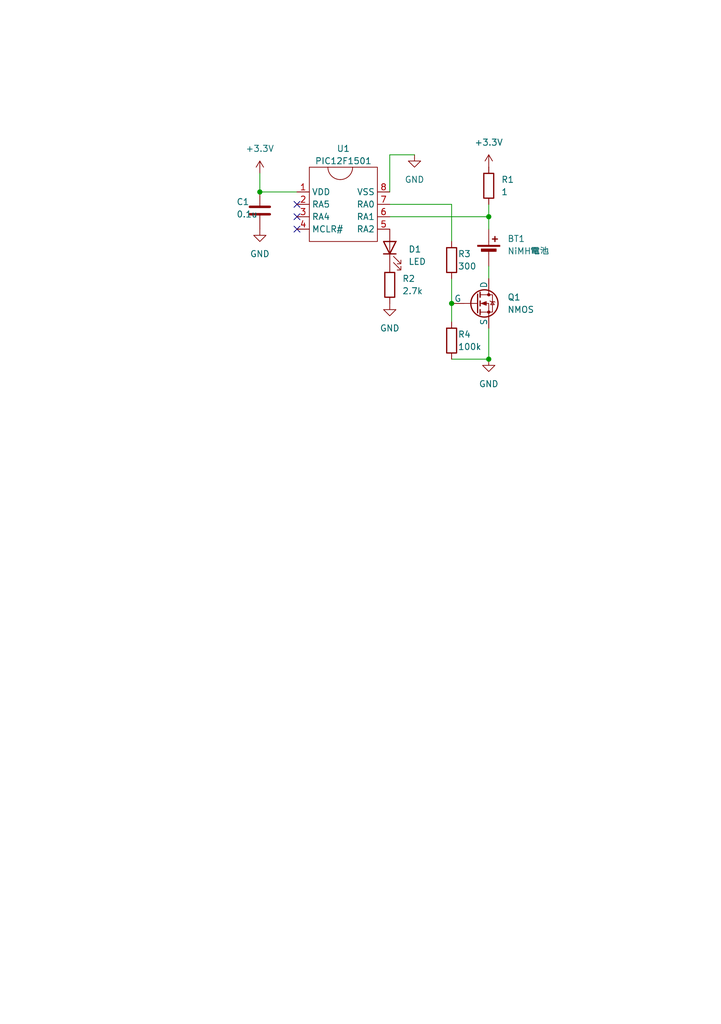
<source format=kicad_sch>
(kicad_sch (version 20250114) (generator "eeschema") (generator_version "9.0")
  (paper "A5" portrait)
  (lib_symbols
    (symbol "0Ore:PIC12F1501"
      (property "Reference" "U" (at 0 0 0))
      (symbol "PIC12F1501_0_1"
        (rectangle (start -7.62 16.51) (end 6.35 1.27))
        (arc (start -1.27 13.97) (mid -3.0661 14.7139) (end -3.81 16.51))
        (arc (start 1.27 16.51) (mid 0.5261 14.7139) (end -1.27 13.97))
      )
      (symbol "PIC12F1501_1_1"
        (pin output line (at -10.16 11.43 0) (length 2.54) (name "VDD") (number "1"))
        (pin bidirectional line (at -10.16 8.89 0) (length 2.54) (name "RA5") (number "2"))
        (pin bidirectional line (at -10.16 6.35 0) (length 2.54) (name "RA4") (number "3"))
        (pin input line (at -10.16 3.81 0) (length 2.54) (name "MCLR#") (number "4"))
        (pin output line (at 8.89 11.43 180) (length 2.54) (name "VSS") (number "8"))
        (pin bidirectional line (at 8.89 8.89 180) (length 2.54) (name "RA0") (number "7"))
        (pin bidirectional line (at 8.89 6.35 180) (length 2.54) (name "RA1") (number "6"))
        (pin output line (at 8.89 3.81 180) (length 2.54) (name "RA2") (number "5"))
      )
    )
    (symbol "Device:Battery_Cell" (pin_numbers (hide yes)) (pin_names (offset 0) (hide yes))
      (property "Reference" "BT" (at 2.54 2.54 0))
      (property "Value" "Battery_Cell" (at 2.54 0 0))
      (symbol "Battery_Cell_0_1"
        (rectangle (start -2.286 1.778) (end 2.286 1.524) (fill (type outline)))
        (rectangle (start -1.524 1.016) (end 1.524 0.508) (fill (type outline)))
        (polyline (pts (xy 0 1.778) (xy 0 2.54)))
        (polyline (pts (xy 0 0.762) (xy 0 0)))
        (polyline (pts (xy 0.762 3.048) (xy 1.778 3.048)) (stroke (width 0.254)))
        (polyline (pts (xy 1.27 3.556) (xy 1.27 2.54)) (stroke (width 0.254)))
      )
      (symbol "Battery_Cell_1_1"
        (pin passive line (at 0 5.08 270) (length 2.54) (name "+") (number "1"))
        (pin passive line (at 0 -2.54 90) (length 2.54) (name "-") (number "2"))
      )
    )
    (symbol "Device:C" (pin_numbers (hide yes)) (pin_names (offset 0.254))
      (property "Reference" "C" (at 0.635 2.54 0))
      (property "Value" "C" (at 0.635 -2.54 0))
      (symbol "C_0_1"
        (polyline (pts (xy -2.032 0.762) (xy 2.032 0.762)) (stroke (width 0.508)))
        (polyline (pts (xy -2.032 -0.762) (xy 2.032 -0.762)) (stroke (width 0.508)))
      )
      (symbol "C_1_1"
        (pin passive line (at 0 3.81 270) (length 2.794) (name "~") (number "1"))
        (pin passive line (at 0 -3.81 90) (length 2.794) (name "~") (number "2"))
      )
    )
    (symbol "Device:LED" (pin_numbers (hide yes)) (pin_names (offset 1.016) (hide yes))
      (property "Reference" "D" (at 0 2.54 0))
      (property "Value" "LED" (at 0 -2.54 0))
      (symbol "LED_0_1"
        (polyline (pts (xy -3.048 -0.762) (xy -4.572 -2.286) (xy -3.81 -2.286) (xy -4.572 -2.286) (xy -4.572 -1.524)))
        (polyline (pts (xy -1.778 -0.762) (xy -3.302 -2.286) (xy -2.54 -2.286) (xy -3.302 -2.286) (xy -3.302 -1.524)))
        (polyline (pts (xy -1.27 0) (xy 1.27 0)))
        (polyline (pts (xy -1.27 -1.27) (xy -1.27 1.27)) (stroke (width 0.254)))
        (polyline (pts (xy 1.27 -1.27) (xy 1.27 1.27) (xy -1.27 0) (xy 1.27 -1.27)) (stroke (width 0.254)))
      )
      (symbol "LED_1_1"
        (pin passive line (at -3.81 0 0) (length 2.54) (name "K") (number "1"))
        (pin passive line (at 3.81 0 180) (length 2.54) (name "A") (number "2"))
      )
    )
    (symbol "Device:R" (pin_numbers (hide yes)) (pin_names (offset 0))
      (property "Reference" "R" (at 2.032 0 90))
      (property "Value" "R" (at 0 0 90))
      (symbol "R_0_1"
        (rectangle (start -1.016 -2.54) (end 1.016 2.54) (stroke (width 0.254)))
      )
      (symbol "R_1_1"
        (pin passive line (at 0 3.81 270) (length 1.27) (name "~") (number "1"))
        (pin passive line (at 0 -3.81 90) (length 1.27) (name "~") (number "2"))
      )
    )
    (symbol "Simulation_SPICE:NMOS" (pin_numbers (hide yes)) (pin_names (offset 0))
      (property "Reference" "Q" (at 5.08 1.27 0))
      (property "Value" "NMOS" (at 5.08 -1.27 0))
      (symbol "NMOS_0_1"
        (polyline (pts (xy 0.254 1.905) (xy 0.254 -1.905)) (stroke (width 0.254)))
        (polyline (pts (xy 0.254 0) (xy -2.54 0)))
        (polyline (pts (xy 0.762 2.286) (xy 0.762 1.27)) (stroke (width 0.254)))
        (polyline (pts (xy 0.762 0.508) (xy 0.762 -0.508)) (stroke (width 0.254)))
        (polyline (pts (xy 0.762 -1.27) (xy 0.762 -2.286)) (stroke (width 0.254)))
        (polyline (pts (xy 0.762 -1.778) (xy 3.302 -1.778) (xy 3.302 1.778) (xy 0.762 1.778)))
        (polyline (pts (xy 1.016 0) (xy 2.032 0.381) (xy 2.032 -0.381) (xy 1.016 0)) (fill (type outline)))
        (circle (center 1.651 0) (radius 2.794) (stroke (width 0.254)))
        (polyline (pts (xy 2.54 2.54) (xy 2.54 1.778)))
        (circle (center 2.54 1.778) (radius 0.254) (fill (type outline)))
        (circle (center 2.54 -1.778) (radius 0.254) (fill (type outline)))
        (polyline (pts (xy 2.54 -2.54) (xy 2.54 0) (xy 0.762 0)))
        (polyline (pts (xy 2.794 0.508) (xy 2.921 0.381) (xy 3.683 0.381) (xy 3.81 0.254)))
        (polyline (pts (xy 3.302 0.381) (xy 2.921 -0.254) (xy 3.683 -0.254) (xy 3.302 0.381)))
      )
      (symbol "NMOS_1_1"
        (pin input line (at -5.08 0 0) (length 2.54) (name "G") (number "2"))
        (pin passive line (at 2.54 5.08 270) (length 2.54) (name "D") (number "1"))
        (pin passive line (at 2.54 -5.08 90) (length 2.54) (name "S") (number "3"))
      )
    )
    (symbol "power:+3.3V" (power) (pin_numbers (hide yes)) (pin_names (offset 0) (hide yes))
      (property "Value" "+3.3V" (at 0 3.556 0))
      (symbol "+3.3V_0_1"
        (polyline (pts (xy -0.762 1.27) (xy 0 2.54)))
        (polyline (pts (xy 0 2.54) (xy 0.762 1.27)))
        (polyline (pts (xy 0 0) (xy 0 2.54)))
      )
      (symbol "+3.3V_1_1"
        (pin power_in line (at 0 0 90) (length 0) (name "~") (number "1"))
      )
    )
    (symbol "power:GND" (power) (pin_numbers (hide yes)) (pin_names (offset 0) (hide yes))
      (property "Value" "GND" (at 0 -3.81 0))
      (symbol "GND_0_1"
        (polyline (pts (xy 0 0) (xy 0 -1.27) (xy 1.27 -1.27) (xy 0 -2.54) (xy -1.27 -1.27) (xy 0 -1.27)))
      )
      (symbol "GND_1_1"
        (pin power_in line (at 0 0 270) (length 0) (name "~") (number "1"))
      )
    )
  )
  (junction (at 92.71 62.23))
  (junction (at 100.33 73.66))
  (junction (at 100.33 44.45))
  (junction (at 53.34 39.37))
  (no_connect (at 60.96 41.91))
  (no_connect (at 60.96 44.45))
  (no_connect (at 60.96 46.99))
  (wire (pts (xy 53.34 39.37) (xy 60.96 39.37)))
  (wire (pts (xy 80.01 31.75) (xy 85.09 31.75)))
  (wire (pts (xy 80.01 41.91) (xy 92.71 41.91)))
  (wire (pts (xy 100.33 41.91) (xy 100.33 44.45)))
  (wire (pts (xy 92.71 57.15) (xy 92.71 62.23)))
  (wire (pts (xy 53.34 35.56) (xy 53.34 39.37)))
  (wire (pts (xy 92.71 62.23) (xy 92.71 66.04)))
  (wire (pts (xy 100.33 73.66) (xy 100.33 67.31)))
  (wire (pts (xy 80.01 44.45) (xy 100.33 44.45)))
  (wire (pts (xy 100.33 44.45) (xy 100.33 46.99)))
  (wire (pts (xy 92.71 41.91) (xy 92.71 49.53)))
  (wire (pts (xy 100.33 54.61) (xy 100.33 57.15)))
  (wire (pts (xy 92.71 73.66) (xy 100.33 73.66)))
  (wire (pts (xy 80.01 39.37) (xy 80.01 31.75)))
  (symbol (lib_id "Device:R") (at 92.71 69.85 0) (unit 1)
    (property "Reference" "R4" (at 93.98 68.58 0) (effects (justify left)))
    (property "Value" "100k" (at 93.98 71.12 0) (effects (justify left)))
    (property "Description" "Resistor" (effects (hide yes)))
  )
  (symbol (lib_id "Device:C") (at 53.34 43.18 0) (unit 1)
    (property "Reference" "C1" (at 48.514 41.402 0) (effects (justify left)))
    (property "Value" "0.1u" (at 48.514 43.942 0) (effects (justify left)))
    (property "Description" "Unpolarized capacitor" (effects (hide yes)))
  )
  (symbol (lib_id "power:GND") (at 80.01 62.23 0) (unit 1)
    (property "Reference" "#PWR05" (effects (hide yes)))
    (property "Value" "GND" (at 80.01 67.31 0))
    (property "Description" "Power symbol creates a global label with name \"GND\" , ground" (effects (hide yes)))
  )
  (symbol (lib_id "Device:R") (at 80.01 58.42 0) (unit 1)
    (property "Reference" "R2" (at 82.55 57.1499 0) (effects (justify left)))
    (property "Value" "2.7k" (at 82.55 59.6899 0) (effects (justify left)))
    (property "Description" "Resistor" (effects (hide yes)))
  )
  (symbol (lib_id "0Ore:PIC12F1501") (at 71.12 50.8 0) (unit 1)
    (property "Reference" "U1" (at 70.485 30.48 0))
    (property "Value" "PIC12F1501" (at 70.485 33.02 0))
  )
  (symbol (lib_id "power:GND") (at 85.09 31.75 0) (unit 1)
    (property "Reference" "#PWR01" (effects (hide yes)))
    (property "Value" "GND" (at 85.09 36.83 0))
    (property "Description" "Power symbol creates a global label with name \"GND\" , ground" (effects (hide yes)))
  )
  (symbol (lib_id "power:GND") (at 100.33 73.66 0) (unit 1)
    (property "Reference" "#PWR04" (effects (hide yes)))
    (property "Value" "GND" (at 100.33 78.74 0))
    (property "Description" "Power symbol creates a global label with name \"GND\" , ground" (effects (hide yes)))
  )
  (symbol (lib_id "power:GND") (at 53.34 46.99 0) (unit 1)
    (property "Reference" "#PWR06" (effects (hide yes)))
    (property "Value" "GND" (at 53.34 52.07 0))
    (property "Description" "Power symbol creates a global label with name \"GND\" , ground" (effects (hide yes)))
  )
  (symbol (lib_id "power:+3.3V") (at 100.33 34.29 0) (unit 1)
    (property "Reference" "#PWR03" (effects (hide yes)))
    (property "Value" "+3.3V" (at 100.33 29.21 0))
    (property "Description" "Power symbol creates a global label with name \"+3.3V\"" (effects (hide yes)))
  )
  (symbol (lib_id "Device:R") (at 92.71 53.34 0) (unit 1)
    (property "Reference" "R3" (at 93.98 52.07 0) (effects (justify left)))
    (property "Value" "300" (at 93.98 54.61 0) (effects (justify left)))
    (property "Description" "Resistor" (effects (hide yes)))
  )
  (symbol (lib_id "Device:Battery_Cell") (at 100.33 52.07 0) (unit 1)
    (property "Reference" "BT1" (at 104.14 48.9584 0) (effects (justify left)))
    (property "Value" "NiMH電池" (at 104.14 51.4984 0) (effects (justify left)))
    (property "Description" "Single-cell battery" (effects (hide yes)))
  )
  (symbol (lib_id "power:+3.3V") (at 53.34 35.56 0) (unit 1)
    (property "Reference" "#PWR02" (effects (hide yes)))
    (property "Value" "+3.3V" (at 53.34 30.48 0))
    (property "Description" "Power symbol creates a global label with name \"+3.3V\"" (effects (hide yes)))
  )
  (symbol (lib_id "Simulation_SPICE:NMOS") (at 97.79 62.23 0) (unit 1)
    (property "Reference" "Q1" (at 104.14 60.9599 0) (effects (justify left)))
    (property "Value" "NMOS" (at 104.14 63.4999 0) (effects (justify left)))
    (property "Datasheet" "https://ngspice.sourceforge.io/docs/ngspice-html-manual/manual.xhtml#cha_MOSFETs" (effects (hide yes)))
    (property "Description" "N-MOSFET transistor, drain/source/gate" (effects (hide yes)))
    (property "Sim.Device" "NMOS" (effects (hide yes)))
    (property "Sim.Type" "VDMOS" (effects (hide yes)))
    (property "Sim.Pins" "1=D 2=G 3=S" (effects (hide yes)))
  )
  (symbol (lib_id "Device:LED") (at 80.01 50.8 90) (unit 1)
    (property "Reference" "D1" (at 83.82 51.1174 90) (effects (justify right)))
    (property "Value" "LED" (at 83.82 53.6574 90) (effects (justify right)))
    (property "Description" "Light emitting diode" (effects (hide yes)))
    (property "Sim.Pins" "1=K 2=A" (effects (hide yes)))
  )
  (symbol (lib_id "Device:R") (at 100.33 38.1 0) (unit 1)
    (property "Reference" "R1" (at 102.87 36.8299 0) (effects (justify left)))
    (property "Value" "1" (at 102.87 39.3699 0) (effects (justify left)))
    (property "Description" "Resistor" (effects (hide yes)))
  )
)
</source>
